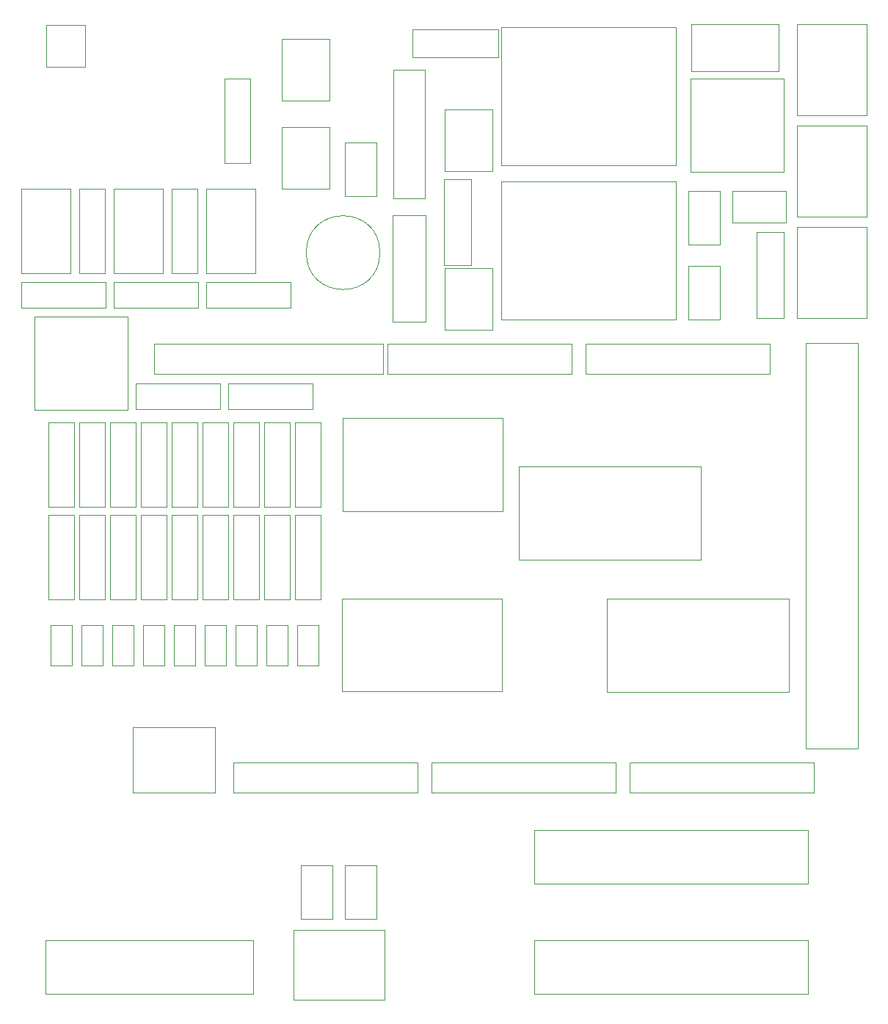
<source format=gbr>
G04 #@! TF.GenerationSoftware,KiCad,Pcbnew,5.1.5+dfsg1-2*
G04 #@! TF.CreationDate,2020-02-03T22:03:11+00:00*
G04 #@! TF.ProjectId,arduino_duo_shield,61726475-696e-46f5-9f64-756f5f736869,rev?*
G04 #@! TF.SameCoordinates,PX6258c20PY7445a00*
G04 #@! TF.FileFunction,Other,User*
%FSLAX46Y46*%
G04 Gerber Fmt 4.6, Leading zero omitted, Abs format (unit mm)*
G04 Created by KiCad (PCBNEW 5.1.5+dfsg1-2) date 2020-02-03 22:03:11*
%MOMM*%
%LPD*%
G04 APERTURE LIST*
%ADD10C,0.050000*%
G04 APERTURE END LIST*
D10*
X3480000Y55886000D02*
X3480000Y45186000D01*
X14280000Y55886000D02*
X3480000Y55886000D01*
X14280000Y45186000D02*
X14280000Y55886000D01*
X3480000Y45186000D02*
X14280000Y45186000D01*
X25874000Y45236000D02*
X35594000Y45236000D01*
X25874000Y48236000D02*
X25874000Y45236000D01*
X35594000Y48236000D02*
X25874000Y48236000D01*
X35594000Y45236000D02*
X35594000Y48236000D01*
X24926000Y48236000D02*
X15206000Y48236000D01*
X24926000Y45236000D02*
X24926000Y48236000D01*
X15206000Y45236000D02*
X24926000Y45236000D01*
X15206000Y48236000D02*
X15206000Y45236000D01*
X39348000Y-13484000D02*
X42948000Y-13484000D01*
X39348000Y-7334000D02*
X39348000Y-13484000D01*
X42948000Y-7334000D02*
X39348000Y-7334000D01*
X42948000Y-13484000D02*
X42948000Y-7334000D01*
X34268000Y-13484000D02*
X37868000Y-13484000D01*
X34268000Y-7334000D02*
X34268000Y-13484000D01*
X37868000Y-7334000D02*
X34268000Y-7334000D01*
X37868000Y-13484000D02*
X37868000Y-7334000D01*
X84052000Y70380000D02*
X84052000Y66780000D01*
X90202000Y70380000D02*
X84052000Y70380000D01*
X90202000Y66780000D02*
X90202000Y70380000D01*
X84052000Y66780000D02*
X90202000Y66780000D01*
X56366000Y61462000D02*
X56366000Y54362000D01*
X56366000Y61462000D02*
X50806000Y61462000D01*
X50806000Y54362000D02*
X56366000Y54362000D01*
X50806000Y54362000D02*
X50806000Y61462000D01*
X56366000Y79750000D02*
X56366000Y72650000D01*
X56366000Y79750000D02*
X50806000Y79750000D01*
X50806000Y72650000D02*
X56366000Y72650000D01*
X50806000Y72650000D02*
X50806000Y79750000D01*
X37570000Y87878000D02*
X37570000Y80778000D01*
X37570000Y87878000D02*
X32010000Y87878000D01*
X32010000Y80778000D02*
X37570000Y80778000D01*
X32010000Y80778000D02*
X32010000Y87878000D01*
X37570000Y77718000D02*
X37570000Y70618000D01*
X37570000Y77718000D02*
X32010000Y77718000D01*
X32010000Y70618000D02*
X37570000Y70618000D01*
X32010000Y70618000D02*
X32010000Y77718000D01*
X39348000Y69828000D02*
X42948000Y69828000D01*
X39348000Y75978000D02*
X39348000Y69828000D01*
X42948000Y75978000D02*
X39348000Y75978000D01*
X42948000Y69828000D02*
X42948000Y75978000D01*
X99504000Y89578000D02*
X99504000Y79078000D01*
X99504000Y89578000D02*
X91504000Y89578000D01*
X91504000Y79078000D02*
X99504000Y79078000D01*
X91504000Y79078000D02*
X91504000Y89578000D01*
X79242000Y72568000D02*
X89942000Y72568000D01*
X79242000Y83368000D02*
X79242000Y72568000D01*
X89942000Y83368000D02*
X79242000Y83368000D01*
X89942000Y72568000D02*
X89942000Y83368000D01*
X4862000Y89552000D02*
X4862000Y84702000D01*
X9362000Y89552000D02*
X4862000Y89552000D01*
X9362000Y84702000D02*
X9362000Y89552000D01*
X4862000Y84702000D02*
X9362000Y84702000D01*
X57378000Y55550000D02*
X77478000Y55550000D01*
X77478000Y71450000D02*
X77478000Y55550000D01*
X57378000Y55550000D02*
X57378000Y71450000D01*
X77478000Y71450000D02*
X57378000Y71450000D01*
X43366000Y63274000D02*
G75*
G03X43366000Y63274000I-4250000J0D01*
G01*
X12674000Y70676000D02*
X12674000Y60876000D01*
X18324000Y70676000D02*
X12674000Y70676000D01*
X18324000Y60876000D02*
X18324000Y70676000D01*
X12674000Y60876000D02*
X18324000Y60876000D01*
X2006000Y70676000D02*
X2006000Y60876000D01*
X7656000Y70676000D02*
X2006000Y70676000D01*
X7656000Y60876000D02*
X7656000Y70676000D01*
X2006000Y60876000D02*
X7656000Y60876000D01*
X23342000Y70676000D02*
X23342000Y60876000D01*
X28992000Y70676000D02*
X23342000Y70676000D01*
X28992000Y60876000D02*
X28992000Y70676000D01*
X23342000Y60876000D02*
X28992000Y60876000D01*
X79288000Y84168000D02*
X89388000Y84168000D01*
X79288000Y89568000D02*
X79288000Y84168000D01*
X89388000Y89568000D02*
X79288000Y89568000D01*
X89388000Y84168000D02*
X89388000Y89568000D01*
X26440000Y33054000D02*
X26440000Y23334000D01*
X29440000Y33054000D02*
X26440000Y33054000D01*
X29440000Y23334000D02*
X29440000Y33054000D01*
X26440000Y23334000D02*
X29440000Y23334000D01*
X26440000Y43722000D02*
X26440000Y34002000D01*
X29440000Y43722000D02*
X26440000Y43722000D01*
X29440000Y34002000D02*
X29440000Y43722000D01*
X26440000Y34002000D02*
X29440000Y34002000D01*
X29996000Y33054000D02*
X29996000Y23334000D01*
X32996000Y33054000D02*
X29996000Y33054000D01*
X32996000Y23334000D02*
X32996000Y33054000D01*
X29996000Y23334000D02*
X32996000Y23334000D01*
X29996000Y43722000D02*
X29996000Y34002000D01*
X32996000Y43722000D02*
X29996000Y43722000D01*
X32996000Y34002000D02*
X32996000Y43722000D01*
X29996000Y34002000D02*
X32996000Y34002000D01*
X22328000Y60926000D02*
X22328000Y70646000D01*
X19328000Y60926000D02*
X22328000Y60926000D01*
X19328000Y70646000D02*
X19328000Y60926000D01*
X22328000Y70646000D02*
X19328000Y70646000D01*
X11660000Y60926000D02*
X11660000Y70646000D01*
X8660000Y60926000D02*
X11660000Y60926000D01*
X8660000Y70646000D02*
X8660000Y60926000D01*
X11660000Y70646000D02*
X8660000Y70646000D01*
X12666000Y56920000D02*
X22386000Y56920000D01*
X12666000Y59920000D02*
X12666000Y56920000D01*
X22386000Y59920000D02*
X12666000Y59920000D01*
X22386000Y56920000D02*
X22386000Y59920000D01*
X48586000Y69562000D02*
X48586000Y84362000D01*
X44886000Y69562000D02*
X48586000Y69562000D01*
X44886000Y84362000D02*
X44886000Y69562000D01*
X48586000Y84362000D02*
X44886000Y84362000D01*
X1998000Y56920000D02*
X11718000Y56920000D01*
X1998000Y59920000D02*
X1998000Y56920000D01*
X11718000Y59920000D02*
X1998000Y59920000D01*
X11718000Y56920000D02*
X11718000Y59920000D01*
X25424000Y83346000D02*
X25424000Y73626000D01*
X28424000Y83346000D02*
X25424000Y83346000D01*
X28424000Y73626000D02*
X28424000Y83346000D01*
X25424000Y73626000D02*
X28424000Y73626000D01*
X33552000Y33054000D02*
X33552000Y23334000D01*
X36552000Y33054000D02*
X33552000Y33054000D01*
X36552000Y23334000D02*
X36552000Y33054000D01*
X33552000Y23334000D02*
X36552000Y23334000D01*
X33552000Y43722000D02*
X33552000Y34002000D01*
X36552000Y43722000D02*
X33552000Y43722000D01*
X36552000Y34002000D02*
X36552000Y43722000D01*
X33552000Y34002000D02*
X36552000Y34002000D01*
X23334000Y56920000D02*
X33054000Y56920000D01*
X23334000Y59920000D02*
X23334000Y56920000D01*
X33054000Y59920000D02*
X23334000Y59920000D01*
X33054000Y56920000D02*
X33054000Y59920000D01*
X5104000Y33054000D02*
X5104000Y23334000D01*
X8104000Y33054000D02*
X5104000Y33054000D01*
X8104000Y23334000D02*
X8104000Y33054000D01*
X5104000Y23334000D02*
X8104000Y23334000D01*
X5104000Y43722000D02*
X5104000Y34002000D01*
X8104000Y43722000D02*
X5104000Y43722000D01*
X8104000Y34002000D02*
X8104000Y43722000D01*
X5104000Y34002000D02*
X8104000Y34002000D01*
X8660000Y33054000D02*
X8660000Y23334000D01*
X11660000Y33054000D02*
X8660000Y33054000D01*
X11660000Y23334000D02*
X11660000Y33054000D01*
X8660000Y23334000D02*
X11660000Y23334000D01*
X8660000Y43722000D02*
X8660000Y34002000D01*
X11660000Y43722000D02*
X8660000Y43722000D01*
X11660000Y34002000D02*
X11660000Y43722000D01*
X8660000Y34002000D02*
X11660000Y34002000D01*
X12216000Y33054000D02*
X12216000Y23334000D01*
X15216000Y33054000D02*
X12216000Y33054000D01*
X15216000Y23334000D02*
X15216000Y33054000D01*
X12216000Y23334000D02*
X15216000Y23334000D01*
X12216000Y43722000D02*
X12216000Y34002000D01*
X15216000Y43722000D02*
X12216000Y43722000D01*
X15216000Y34002000D02*
X15216000Y43722000D01*
X12216000Y34002000D02*
X15216000Y34002000D01*
X15772000Y33054000D02*
X15772000Y23334000D01*
X18772000Y33054000D02*
X15772000Y33054000D01*
X18772000Y23334000D02*
X18772000Y33054000D01*
X15772000Y23334000D02*
X18772000Y23334000D01*
X15772000Y43722000D02*
X15772000Y34002000D01*
X18772000Y43722000D02*
X15772000Y43722000D01*
X18772000Y34002000D02*
X18772000Y43722000D01*
X15772000Y34002000D02*
X18772000Y34002000D01*
X19328000Y33054000D02*
X19328000Y23334000D01*
X22328000Y33054000D02*
X19328000Y33054000D01*
X22328000Y23334000D02*
X22328000Y33054000D01*
X19328000Y23334000D02*
X22328000Y23334000D01*
X19328000Y43722000D02*
X19328000Y34002000D01*
X22328000Y43722000D02*
X19328000Y43722000D01*
X22328000Y34002000D02*
X22328000Y43722000D01*
X19328000Y34002000D02*
X22328000Y34002000D01*
X22884000Y33054000D02*
X22884000Y23334000D01*
X25884000Y33054000D02*
X22884000Y33054000D01*
X25884000Y23334000D02*
X25884000Y33054000D01*
X22884000Y23334000D02*
X25884000Y23334000D01*
X22884000Y43722000D02*
X22884000Y34002000D01*
X25884000Y43722000D02*
X22884000Y43722000D01*
X25884000Y34002000D02*
X25884000Y43722000D01*
X22884000Y34002000D02*
X25884000Y34002000D01*
X48636000Y55338000D02*
X48636000Y67598000D01*
X44836000Y55338000D02*
X48636000Y55338000D01*
X44836000Y67598000D02*
X44836000Y55338000D01*
X48636000Y67598000D02*
X44836000Y67598000D01*
X57378000Y73330000D02*
X77478000Y73330000D01*
X77478000Y89230000D02*
X77478000Y73330000D01*
X57378000Y73330000D02*
X57378000Y89230000D01*
X77478000Y89230000D02*
X57378000Y89230000D01*
X82572000Y70380000D02*
X78972000Y70380000D01*
X82572000Y64230000D02*
X82572000Y70380000D01*
X78972000Y64230000D02*
X82572000Y64230000D01*
X78972000Y70380000D02*
X78972000Y64230000D01*
X82572000Y61744000D02*
X78972000Y61744000D01*
X82572000Y55594000D02*
X82572000Y61744000D01*
X78972000Y55594000D02*
X82572000Y55594000D01*
X78972000Y61744000D02*
X78972000Y55594000D01*
X61192000Y-15970000D02*
X61192000Y-22120000D01*
X92742000Y-15970000D02*
X61192000Y-15970000D01*
X92742000Y-22120000D02*
X92742000Y-15970000D01*
X61192000Y-22120000D02*
X92742000Y-22120000D01*
X99504000Y66210000D02*
X99504000Y55710000D01*
X99504000Y66210000D02*
X91504000Y66210000D01*
X91504000Y55710000D02*
X99504000Y55710000D01*
X91504000Y55710000D02*
X91504000Y66210000D01*
X99504000Y77894000D02*
X99504000Y67394000D01*
X99504000Y77894000D02*
X91504000Y77894000D01*
X91504000Y67394000D02*
X99504000Y67394000D01*
X91504000Y67394000D02*
X91504000Y77894000D01*
X4804000Y-15970000D02*
X4804000Y-22120000D01*
X28704000Y-15970000D02*
X4804000Y-15970000D01*
X28704000Y-22120000D02*
X28704000Y-15970000D01*
X4804000Y-22120000D02*
X28704000Y-22120000D01*
X43858000Y-22796000D02*
X33358000Y-22796000D01*
X43858000Y-22796000D02*
X43858000Y-14796000D01*
X33358000Y-14796000D02*
X33358000Y-22796000D01*
X33358000Y-14796000D02*
X43858000Y-14796000D01*
X89992000Y55746000D02*
X89992000Y65666000D01*
X86792000Y55746000D02*
X89992000Y55746000D01*
X86792000Y65666000D02*
X86792000Y55746000D01*
X89992000Y65666000D02*
X86792000Y65666000D01*
X53924000Y71762000D02*
X50724000Y71762000D01*
X50724000Y71762000D02*
X50724000Y61842000D01*
X50724000Y61842000D02*
X53924000Y61842000D01*
X53924000Y61842000D02*
X53924000Y71762000D01*
X57030000Y85776000D02*
X57030000Y88976000D01*
X57030000Y88976000D02*
X47110000Y88976000D01*
X47110000Y88976000D02*
X47110000Y85776000D01*
X47110000Y85776000D02*
X57030000Y85776000D01*
X26690000Y20314000D02*
X26690000Y15714000D01*
X29190000Y20314000D02*
X26690000Y20314000D01*
X29190000Y15714000D02*
X29190000Y20314000D01*
X26690000Y15714000D02*
X29190000Y15714000D01*
X30246000Y20314000D02*
X30246000Y15714000D01*
X32746000Y20314000D02*
X30246000Y20314000D01*
X32746000Y15714000D02*
X32746000Y20314000D01*
X30246000Y15714000D02*
X32746000Y15714000D01*
X33802000Y20314000D02*
X33802000Y15714000D01*
X36302000Y20314000D02*
X33802000Y20314000D01*
X36302000Y15714000D02*
X36302000Y20314000D01*
X33802000Y15714000D02*
X36302000Y15714000D01*
X5354000Y20314000D02*
X5354000Y15714000D01*
X7854000Y20314000D02*
X5354000Y20314000D01*
X7854000Y15714000D02*
X7854000Y20314000D01*
X5354000Y15714000D02*
X7854000Y15714000D01*
X8910000Y20314000D02*
X8910000Y15714000D01*
X11410000Y20314000D02*
X8910000Y20314000D01*
X11410000Y15714000D02*
X11410000Y20314000D01*
X8910000Y15714000D02*
X11410000Y15714000D01*
X12466000Y20314000D02*
X12466000Y15714000D01*
X14966000Y20314000D02*
X12466000Y20314000D01*
X14966000Y15714000D02*
X14966000Y20314000D01*
X12466000Y15714000D02*
X14966000Y15714000D01*
X16022000Y20314000D02*
X16022000Y15714000D01*
X18522000Y20314000D02*
X16022000Y20314000D01*
X18522000Y15714000D02*
X18522000Y20314000D01*
X16022000Y15714000D02*
X18522000Y15714000D01*
X19578000Y20314000D02*
X19578000Y15714000D01*
X22078000Y20314000D02*
X19578000Y20314000D01*
X22078000Y15714000D02*
X22078000Y20314000D01*
X19578000Y15714000D02*
X22078000Y15714000D01*
X23134000Y20314000D02*
X23134000Y15714000D01*
X25634000Y20314000D02*
X23134000Y20314000D01*
X25634000Y15714000D02*
X25634000Y20314000D01*
X23134000Y15714000D02*
X25634000Y15714000D01*
X14860000Y1290000D02*
X14860000Y8290000D01*
X15110000Y8540000D02*
X24110000Y8540000D01*
X24360000Y8290000D02*
X24360000Y1290000D01*
X24110000Y1040000D02*
X15110000Y1040000D01*
X24360000Y8540000D02*
X24110000Y8540000D01*
X24360000Y8290000D02*
X24360000Y8540000D01*
X24360000Y1040000D02*
X24110000Y1040000D01*
X24360000Y1290000D02*
X24360000Y1040000D01*
X14860000Y1040000D02*
X14860000Y1290000D01*
X15110000Y1040000D02*
X14860000Y1040000D01*
X14860000Y8540000D02*
X14860000Y8290000D01*
X15110000Y8540000D02*
X14860000Y8540000D01*
X59360000Y38614000D02*
X59360000Y27914000D01*
X80360000Y38614000D02*
X59360000Y38614000D01*
X80360000Y27914000D02*
X80360000Y38614000D01*
X59360000Y27914000D02*
X80360000Y27914000D01*
X69520000Y23374000D02*
X69520000Y12674000D01*
X90520000Y23374000D02*
X69520000Y23374000D01*
X90520000Y12674000D02*
X90520000Y23374000D01*
X69520000Y12674000D02*
X90520000Y12674000D01*
X39040000Y44202000D02*
X39040000Y33502000D01*
X57490000Y44202000D02*
X39040000Y44202000D01*
X57490000Y33502000D02*
X57490000Y44202000D01*
X39040000Y33502000D02*
X57490000Y33502000D01*
X57480000Y12694000D02*
X57480000Y23394000D01*
X39030000Y12694000D02*
X57480000Y12694000D01*
X39030000Y23394000D02*
X39030000Y12694000D01*
X57480000Y23394000D02*
X39030000Y23394000D01*
X61192000Y-3270000D02*
X61192000Y-9420000D01*
X92742000Y-3270000D02*
X61192000Y-3270000D01*
X92742000Y-9420000D02*
X92742000Y-3270000D01*
X61192000Y-9420000D02*
X92742000Y-9420000D01*
X92484000Y6124000D02*
X98534000Y6124000D01*
X92484000Y52824000D02*
X98534000Y52824000D01*
X92484000Y6124000D02*
X92484000Y52824000D01*
X98534000Y6124000D02*
X98534000Y52824000D01*
X26444000Y4544000D02*
X26444000Y1044000D01*
X47744000Y4544000D02*
X47744000Y1044000D01*
X26444000Y4544000D02*
X47744000Y4544000D01*
X26444000Y1044000D02*
X47744000Y1044000D01*
X49304000Y4544000D02*
X49304000Y1044000D01*
X70604000Y4544000D02*
X70604000Y1044000D01*
X49304000Y4544000D02*
X70604000Y4544000D01*
X49304000Y1044000D02*
X70604000Y1044000D01*
X72164000Y4544000D02*
X72164000Y1044000D01*
X93464000Y4544000D02*
X93464000Y1044000D01*
X72164000Y4544000D02*
X93464000Y4544000D01*
X72164000Y1044000D02*
X93464000Y1044000D01*
X17300000Y52804000D02*
X17300000Y49304000D01*
X43700000Y52804000D02*
X43700000Y49304000D01*
X17300000Y52804000D02*
X43700000Y52804000D01*
X17300000Y49304000D02*
X43700000Y49304000D01*
X44224000Y52804000D02*
X44224000Y49304000D01*
X65524000Y52804000D02*
X65524000Y49304000D01*
X44224000Y52804000D02*
X65524000Y52804000D01*
X44224000Y49304000D02*
X65524000Y49304000D01*
X67084000Y52804000D02*
X67084000Y49304000D01*
X88384000Y52804000D02*
X88384000Y49304000D01*
X67084000Y52804000D02*
X88384000Y52804000D01*
X67084000Y49304000D02*
X88384000Y49304000D01*
M02*

</source>
